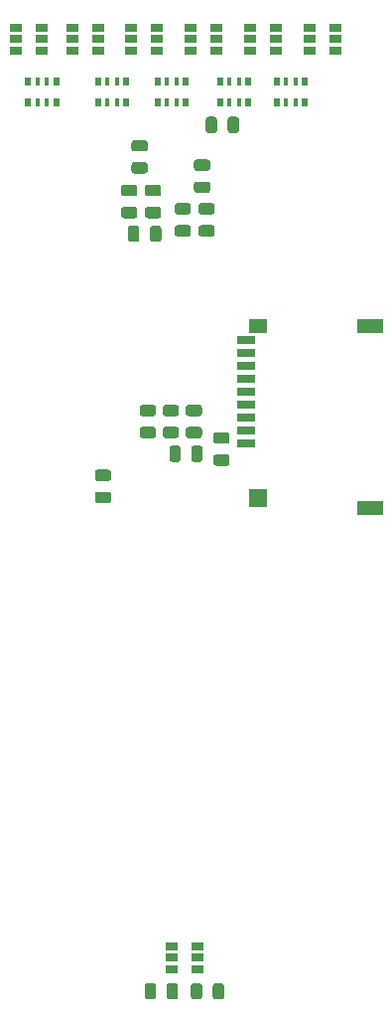
<source format=gbr>
%TF.GenerationSoftware,KiCad,Pcbnew,5.1.6-c6e7f7d~86~ubuntu19.10.1*%
%TF.CreationDate,2020-05-21T12:21:41+02:00*%
%TF.ProjectId,BioElectricalSensor,42696f45-6c65-4637-9472-6963616c5365,rev?*%
%TF.SameCoordinates,Original*%
%TF.FileFunction,Paste,Bot*%
%TF.FilePolarity,Positive*%
%FSLAX46Y46*%
G04 Gerber Fmt 4.6, Leading zero omitted, Abs format (unit mm)*
G04 Created by KiCad (PCBNEW 5.1.6-c6e7f7d~86~ubuntu19.10.1) date 2020-05-21 12:21:41*
%MOMM*%
%LPD*%
G01*
G04 APERTURE LIST*
%ADD10R,0.500000X0.800000*%
%ADD11R,0.400000X0.800000*%
%ADD12R,1.060000X0.650000*%
%ADD13R,1.600000X0.700000*%
%ADD14R,2.200000X1.200000*%
%ADD15R,1.500000X1.200000*%
%ADD16R,1.500000X1.600000*%
G04 APERTURE END LIST*
%TO.C,C33*%
G36*
G01*
X36566500Y-44906250D02*
X36566500Y-43993750D01*
G75*
G02*
X36810250Y-43750000I243750J0D01*
G01*
X37297750Y-43750000D01*
G75*
G02*
X37541500Y-43993750I0J-243750D01*
G01*
X37541500Y-44906250D01*
G75*
G02*
X37297750Y-45150000I-243750J0D01*
G01*
X36810250Y-45150000D01*
G75*
G02*
X36566500Y-44906250I0J243750D01*
G01*
G37*
G36*
G01*
X34691500Y-44906250D02*
X34691500Y-43993750D01*
G75*
G02*
X34935250Y-43750000I243750J0D01*
G01*
X35422750Y-43750000D01*
G75*
G02*
X35666500Y-43993750I0J-243750D01*
G01*
X35666500Y-44906250D01*
G75*
G02*
X35422750Y-45150000I-243750J0D01*
G01*
X34935250Y-45150000D01*
G75*
G02*
X34691500Y-44906250I0J243750D01*
G01*
G37*
%TD*%
%TO.C,R11*%
G36*
G01*
X41030500Y-108509750D02*
X41030500Y-109422250D01*
G75*
G02*
X40786750Y-109666000I-243750J0D01*
G01*
X40299250Y-109666000D01*
G75*
G02*
X40055500Y-109422250I0J243750D01*
G01*
X40055500Y-108509750D01*
G75*
G02*
X40299250Y-108266000I243750J0D01*
G01*
X40786750Y-108266000D01*
G75*
G02*
X41030500Y-108509750I0J-243750D01*
G01*
G37*
G36*
G01*
X42905500Y-108509750D02*
X42905500Y-109422250D01*
G75*
G02*
X42661750Y-109666000I-243750J0D01*
G01*
X42174250Y-109666000D01*
G75*
G02*
X41930500Y-109422250I0J243750D01*
G01*
X41930500Y-108509750D01*
G75*
G02*
X42174250Y-108266000I243750J0D01*
G01*
X42661750Y-108266000D01*
G75*
G02*
X42905500Y-108509750I0J-243750D01*
G01*
G37*
%TD*%
%TO.C,R10*%
G36*
G01*
X37993500Y-109422250D02*
X37993500Y-108509750D01*
G75*
G02*
X38237250Y-108266000I243750J0D01*
G01*
X38724750Y-108266000D01*
G75*
G02*
X38968500Y-108509750I0J-243750D01*
G01*
X38968500Y-109422250D01*
G75*
G02*
X38724750Y-109666000I-243750J0D01*
G01*
X38237250Y-109666000D01*
G75*
G02*
X37993500Y-109422250I0J243750D01*
G01*
G37*
G36*
G01*
X36118500Y-109422250D02*
X36118500Y-108509750D01*
G75*
G02*
X36362250Y-108266000I243750J0D01*
G01*
X36849750Y-108266000D01*
G75*
G02*
X37093500Y-108509750I0J-243750D01*
G01*
X37093500Y-109422250D01*
G75*
G02*
X36849750Y-109666000I-243750J0D01*
G01*
X36362250Y-109666000D01*
G75*
G02*
X36118500Y-109422250I0J243750D01*
G01*
G37*
%TD*%
D10*
%TO.C,CN3*%
X39611000Y-33296000D03*
D11*
X38811000Y-33296000D03*
D10*
X37211000Y-33296000D03*
D11*
X38011000Y-33296000D03*
D10*
X39611000Y-31496000D03*
D11*
X38011000Y-31496000D03*
X38811000Y-31496000D03*
D10*
X37211000Y-31496000D03*
%TD*%
%TO.C,CN2*%
X44945000Y-33296000D03*
D11*
X44145000Y-33296000D03*
D10*
X42545000Y-33296000D03*
D11*
X43345000Y-33296000D03*
D10*
X44945000Y-31496000D03*
D11*
X43345000Y-31496000D03*
X44145000Y-31496000D03*
D10*
X42545000Y-31496000D03*
%TD*%
D12*
%TO.C,U12*%
X37125000Y-27874000D03*
X37125000Y-28824000D03*
X37125000Y-26924000D03*
X34925000Y-26924000D03*
X34925000Y-27874000D03*
X34925000Y-28824000D03*
%TD*%
%TO.C,U7*%
X47285000Y-27874000D03*
X47285000Y-28824000D03*
X47285000Y-26924000D03*
X45085000Y-26924000D03*
X45085000Y-27874000D03*
X45085000Y-28824000D03*
%TD*%
%TO.C,U14*%
X52365000Y-27874000D03*
X52365000Y-28824000D03*
X52365000Y-26924000D03*
X50165000Y-26924000D03*
X50165000Y-27874000D03*
X50165000Y-28824000D03*
%TD*%
%TO.C,U16*%
X27305000Y-27874000D03*
X27305000Y-28824000D03*
X27305000Y-26924000D03*
X25105000Y-26924000D03*
X25105000Y-27874000D03*
X25105000Y-28824000D03*
%TD*%
%TO.C,U13*%
X32172000Y-27874000D03*
X32172000Y-28824000D03*
X32172000Y-26924000D03*
X29972000Y-26924000D03*
X29972000Y-27874000D03*
X29972000Y-28824000D03*
%TD*%
%TO.C,U9*%
X42205000Y-27874000D03*
X42205000Y-28824000D03*
X42205000Y-26924000D03*
X40005000Y-26924000D03*
X40005000Y-27874000D03*
X40005000Y-28824000D03*
%TD*%
%TO.C,C47*%
G36*
G01*
X43200500Y-35635250D02*
X43200500Y-34722750D01*
G75*
G02*
X43444250Y-34479000I243750J0D01*
G01*
X43931750Y-34479000D01*
G75*
G02*
X44175500Y-34722750I0J-243750D01*
G01*
X44175500Y-35635250D01*
G75*
G02*
X43931750Y-35879000I-243750J0D01*
G01*
X43444250Y-35879000D01*
G75*
G02*
X43200500Y-35635250I0J243750D01*
G01*
G37*
G36*
G01*
X41325500Y-35635250D02*
X41325500Y-34722750D01*
G75*
G02*
X41569250Y-34479000I243750J0D01*
G01*
X42056750Y-34479000D01*
G75*
G02*
X42300500Y-34722750I0J-243750D01*
G01*
X42300500Y-35635250D01*
G75*
G02*
X42056750Y-35879000I-243750J0D01*
G01*
X41569250Y-35879000D01*
G75*
G02*
X41325500Y-35635250I0J243750D01*
G01*
G37*
%TD*%
%TO.C,U3*%
X38397000Y-106106000D03*
X38397000Y-105156000D03*
X38397000Y-107056000D03*
X40597000Y-107056000D03*
X40597000Y-106106000D03*
X40597000Y-105156000D03*
%TD*%
%TO.C,R6*%
G36*
G01*
X42215750Y-63236500D02*
X43128250Y-63236500D01*
G75*
G02*
X43372000Y-63480250I0J-243750D01*
G01*
X43372000Y-63967750D01*
G75*
G02*
X43128250Y-64211500I-243750J0D01*
G01*
X42215750Y-64211500D01*
G75*
G02*
X41972000Y-63967750I0J243750D01*
G01*
X41972000Y-63480250D01*
G75*
G02*
X42215750Y-63236500I243750J0D01*
G01*
G37*
G36*
G01*
X42215750Y-61361500D02*
X43128250Y-61361500D01*
G75*
G02*
X43372000Y-61605250I0J-243750D01*
G01*
X43372000Y-62092750D01*
G75*
G02*
X43128250Y-62336500I-243750J0D01*
G01*
X42215750Y-62336500D01*
G75*
G02*
X41972000Y-62092750I0J243750D01*
G01*
X41972000Y-61605250D01*
G75*
G02*
X42215750Y-61361500I243750J0D01*
G01*
G37*
%TD*%
D13*
%TO.C,J5*%
X44753000Y-53518000D03*
D14*
X55353000Y-67818000D03*
X55353000Y-52318000D03*
D15*
X45753000Y-52318000D03*
D16*
X45753000Y-66918000D03*
D13*
X44753000Y-54618000D03*
X44753000Y-55718000D03*
X44753000Y-56818000D03*
X44753000Y-57918000D03*
X44753000Y-59018000D03*
X44753000Y-60118000D03*
X44753000Y-61218000D03*
X44753000Y-62318000D03*
%TD*%
D10*
%TO.C,CN5*%
X28562000Y-33296000D03*
D11*
X27762000Y-33296000D03*
D10*
X26162000Y-33296000D03*
D11*
X26962000Y-33296000D03*
D10*
X28562000Y-31496000D03*
D11*
X26962000Y-31496000D03*
X27762000Y-31496000D03*
D10*
X26162000Y-31496000D03*
%TD*%
%TO.C,CN4*%
X34531000Y-33296000D03*
D11*
X33731000Y-33296000D03*
D10*
X32131000Y-33296000D03*
D11*
X32931000Y-33296000D03*
D10*
X34531000Y-31496000D03*
D11*
X32931000Y-31496000D03*
X33731000Y-31496000D03*
D10*
X32131000Y-31496000D03*
%TD*%
%TO.C,CN1*%
X49771000Y-33296000D03*
D11*
X48971000Y-33296000D03*
D10*
X47371000Y-33296000D03*
D11*
X48171000Y-33296000D03*
D10*
X49771000Y-31496000D03*
D11*
X48171000Y-31496000D03*
X48971000Y-31496000D03*
D10*
X47371000Y-31496000D03*
%TD*%
%TO.C,C36*%
G36*
G01*
X36373750Y-42154500D02*
X37286250Y-42154500D01*
G75*
G02*
X37530000Y-42398250I0J-243750D01*
G01*
X37530000Y-42885750D01*
G75*
G02*
X37286250Y-43129500I-243750J0D01*
G01*
X36373750Y-43129500D01*
G75*
G02*
X36130000Y-42885750I0J243750D01*
G01*
X36130000Y-42398250D01*
G75*
G02*
X36373750Y-42154500I243750J0D01*
G01*
G37*
G36*
G01*
X36373750Y-40279500D02*
X37286250Y-40279500D01*
G75*
G02*
X37530000Y-40523250I0J-243750D01*
G01*
X37530000Y-41010750D01*
G75*
G02*
X37286250Y-41254500I-243750J0D01*
G01*
X36373750Y-41254500D01*
G75*
G02*
X36130000Y-41010750I0J243750D01*
G01*
X36130000Y-40523250D01*
G75*
G02*
X36373750Y-40279500I243750J0D01*
G01*
G37*
%TD*%
%TO.C,C35*%
G36*
G01*
X40564750Y-39995500D02*
X41477250Y-39995500D01*
G75*
G02*
X41721000Y-40239250I0J-243750D01*
G01*
X41721000Y-40726750D01*
G75*
G02*
X41477250Y-40970500I-243750J0D01*
G01*
X40564750Y-40970500D01*
G75*
G02*
X40321000Y-40726750I0J243750D01*
G01*
X40321000Y-40239250D01*
G75*
G02*
X40564750Y-39995500I243750J0D01*
G01*
G37*
G36*
G01*
X40564750Y-38120500D02*
X41477250Y-38120500D01*
G75*
G02*
X41721000Y-38364250I0J-243750D01*
G01*
X41721000Y-38851750D01*
G75*
G02*
X41477250Y-39095500I-243750J0D01*
G01*
X40564750Y-39095500D01*
G75*
G02*
X40321000Y-38851750I0J243750D01*
G01*
X40321000Y-38364250D01*
G75*
G02*
X40564750Y-38120500I243750J0D01*
G01*
G37*
%TD*%
%TO.C,C34*%
G36*
G01*
X34341750Y-42154500D02*
X35254250Y-42154500D01*
G75*
G02*
X35498000Y-42398250I0J-243750D01*
G01*
X35498000Y-42885750D01*
G75*
G02*
X35254250Y-43129500I-243750J0D01*
G01*
X34341750Y-43129500D01*
G75*
G02*
X34098000Y-42885750I0J243750D01*
G01*
X34098000Y-42398250D01*
G75*
G02*
X34341750Y-42154500I243750J0D01*
G01*
G37*
G36*
G01*
X34341750Y-40279500D02*
X35254250Y-40279500D01*
G75*
G02*
X35498000Y-40523250I0J-243750D01*
G01*
X35498000Y-41010750D01*
G75*
G02*
X35254250Y-41254500I-243750J0D01*
G01*
X34341750Y-41254500D01*
G75*
G02*
X34098000Y-41010750I0J243750D01*
G01*
X34098000Y-40523250D01*
G75*
G02*
X34341750Y-40279500I243750J0D01*
G01*
G37*
%TD*%
%TO.C,C31*%
G36*
G01*
X35230750Y-38344500D02*
X36143250Y-38344500D01*
G75*
G02*
X36387000Y-38588250I0J-243750D01*
G01*
X36387000Y-39075750D01*
G75*
G02*
X36143250Y-39319500I-243750J0D01*
G01*
X35230750Y-39319500D01*
G75*
G02*
X34987000Y-39075750I0J243750D01*
G01*
X34987000Y-38588250D01*
G75*
G02*
X35230750Y-38344500I243750J0D01*
G01*
G37*
G36*
G01*
X35230750Y-36469500D02*
X36143250Y-36469500D01*
G75*
G02*
X36387000Y-36713250I0J-243750D01*
G01*
X36387000Y-37200750D01*
G75*
G02*
X36143250Y-37444500I-243750J0D01*
G01*
X35230750Y-37444500D01*
G75*
G02*
X34987000Y-37200750I0J243750D01*
G01*
X34987000Y-36713250D01*
G75*
G02*
X35230750Y-36469500I243750J0D01*
G01*
G37*
%TD*%
%TO.C,C30*%
G36*
G01*
X40945750Y-43708500D02*
X41858250Y-43708500D01*
G75*
G02*
X42102000Y-43952250I0J-243750D01*
G01*
X42102000Y-44439750D01*
G75*
G02*
X41858250Y-44683500I-243750J0D01*
G01*
X40945750Y-44683500D01*
G75*
G02*
X40702000Y-44439750I0J243750D01*
G01*
X40702000Y-43952250D01*
G75*
G02*
X40945750Y-43708500I243750J0D01*
G01*
G37*
G36*
G01*
X40945750Y-41833500D02*
X41858250Y-41833500D01*
G75*
G02*
X42102000Y-42077250I0J-243750D01*
G01*
X42102000Y-42564750D01*
G75*
G02*
X41858250Y-42808500I-243750J0D01*
G01*
X40945750Y-42808500D01*
G75*
G02*
X40702000Y-42564750I0J243750D01*
G01*
X40702000Y-42077250D01*
G75*
G02*
X40945750Y-41833500I243750J0D01*
G01*
G37*
%TD*%
%TO.C,C28*%
G36*
G01*
X38913750Y-43708500D02*
X39826250Y-43708500D01*
G75*
G02*
X40070000Y-43952250I0J-243750D01*
G01*
X40070000Y-44439750D01*
G75*
G02*
X39826250Y-44683500I-243750J0D01*
G01*
X38913750Y-44683500D01*
G75*
G02*
X38670000Y-44439750I0J243750D01*
G01*
X38670000Y-43952250D01*
G75*
G02*
X38913750Y-43708500I243750J0D01*
G01*
G37*
G36*
G01*
X38913750Y-41833500D02*
X39826250Y-41833500D01*
G75*
G02*
X40070000Y-42077250I0J-243750D01*
G01*
X40070000Y-42564750D01*
G75*
G02*
X39826250Y-42808500I-243750J0D01*
G01*
X38913750Y-42808500D01*
G75*
G02*
X38670000Y-42564750I0J243750D01*
G01*
X38670000Y-42077250D01*
G75*
G02*
X38913750Y-41833500I243750J0D01*
G01*
G37*
%TD*%
%TO.C,C14*%
G36*
G01*
X32119250Y-66411500D02*
X33031750Y-66411500D01*
G75*
G02*
X33275500Y-66655250I0J-243750D01*
G01*
X33275500Y-67142750D01*
G75*
G02*
X33031750Y-67386500I-243750J0D01*
G01*
X32119250Y-67386500D01*
G75*
G02*
X31875500Y-67142750I0J243750D01*
G01*
X31875500Y-66655250D01*
G75*
G02*
X32119250Y-66411500I243750J0D01*
G01*
G37*
G36*
G01*
X32119250Y-64536500D02*
X33031750Y-64536500D01*
G75*
G02*
X33275500Y-64780250I0J-243750D01*
G01*
X33275500Y-65267750D01*
G75*
G02*
X33031750Y-65511500I-243750J0D01*
G01*
X32119250Y-65511500D01*
G75*
G02*
X31875500Y-65267750I0J243750D01*
G01*
X31875500Y-64780250D01*
G75*
G02*
X32119250Y-64536500I243750J0D01*
G01*
G37*
%TD*%
%TO.C,C13*%
G36*
G01*
X35929250Y-60887000D02*
X36841750Y-60887000D01*
G75*
G02*
X37085500Y-61130750I0J-243750D01*
G01*
X37085500Y-61618250D01*
G75*
G02*
X36841750Y-61862000I-243750J0D01*
G01*
X35929250Y-61862000D01*
G75*
G02*
X35685500Y-61618250I0J243750D01*
G01*
X35685500Y-61130750D01*
G75*
G02*
X35929250Y-60887000I243750J0D01*
G01*
G37*
G36*
G01*
X35929250Y-59012000D02*
X36841750Y-59012000D01*
G75*
G02*
X37085500Y-59255750I0J-243750D01*
G01*
X37085500Y-59743250D01*
G75*
G02*
X36841750Y-59987000I-243750J0D01*
G01*
X35929250Y-59987000D01*
G75*
G02*
X35685500Y-59743250I0J243750D01*
G01*
X35685500Y-59255750D01*
G75*
G02*
X35929250Y-59012000I243750J0D01*
G01*
G37*
%TD*%
%TO.C,C12*%
G36*
G01*
X39866250Y-60887000D02*
X40778750Y-60887000D01*
G75*
G02*
X41022500Y-61130750I0J-243750D01*
G01*
X41022500Y-61618250D01*
G75*
G02*
X40778750Y-61862000I-243750J0D01*
G01*
X39866250Y-61862000D01*
G75*
G02*
X39622500Y-61618250I0J243750D01*
G01*
X39622500Y-61130750D01*
G75*
G02*
X39866250Y-60887000I243750J0D01*
G01*
G37*
G36*
G01*
X39866250Y-59012000D02*
X40778750Y-59012000D01*
G75*
G02*
X41022500Y-59255750I0J-243750D01*
G01*
X41022500Y-59743250D01*
G75*
G02*
X40778750Y-59987000I-243750J0D01*
G01*
X39866250Y-59987000D01*
G75*
G02*
X39622500Y-59743250I0J243750D01*
G01*
X39622500Y-59255750D01*
G75*
G02*
X39866250Y-59012000I243750J0D01*
G01*
G37*
%TD*%
%TO.C,C11*%
G36*
G01*
X39189000Y-62726250D02*
X39189000Y-63638750D01*
G75*
G02*
X38945250Y-63882500I-243750J0D01*
G01*
X38457750Y-63882500D01*
G75*
G02*
X38214000Y-63638750I0J243750D01*
G01*
X38214000Y-62726250D01*
G75*
G02*
X38457750Y-62482500I243750J0D01*
G01*
X38945250Y-62482500D01*
G75*
G02*
X39189000Y-62726250I0J-243750D01*
G01*
G37*
G36*
G01*
X41064000Y-62726250D02*
X41064000Y-63638750D01*
G75*
G02*
X40820250Y-63882500I-243750J0D01*
G01*
X40332750Y-63882500D01*
G75*
G02*
X40089000Y-63638750I0J243750D01*
G01*
X40089000Y-62726250D01*
G75*
G02*
X40332750Y-62482500I243750J0D01*
G01*
X40820250Y-62482500D01*
G75*
G02*
X41064000Y-62726250I0J-243750D01*
G01*
G37*
%TD*%
%TO.C,C3*%
G36*
G01*
X38810250Y-59987000D02*
X37897750Y-59987000D01*
G75*
G02*
X37654000Y-59743250I0J243750D01*
G01*
X37654000Y-59255750D01*
G75*
G02*
X37897750Y-59012000I243750J0D01*
G01*
X38810250Y-59012000D01*
G75*
G02*
X39054000Y-59255750I0J-243750D01*
G01*
X39054000Y-59743250D01*
G75*
G02*
X38810250Y-59987000I-243750J0D01*
G01*
G37*
G36*
G01*
X38810250Y-61862000D02*
X37897750Y-61862000D01*
G75*
G02*
X37654000Y-61618250I0J243750D01*
G01*
X37654000Y-61130750D01*
G75*
G02*
X37897750Y-60887000I243750J0D01*
G01*
X38810250Y-60887000D01*
G75*
G02*
X39054000Y-61130750I0J-243750D01*
G01*
X39054000Y-61618250D01*
G75*
G02*
X38810250Y-61862000I-243750J0D01*
G01*
G37*
%TD*%
M02*

</source>
